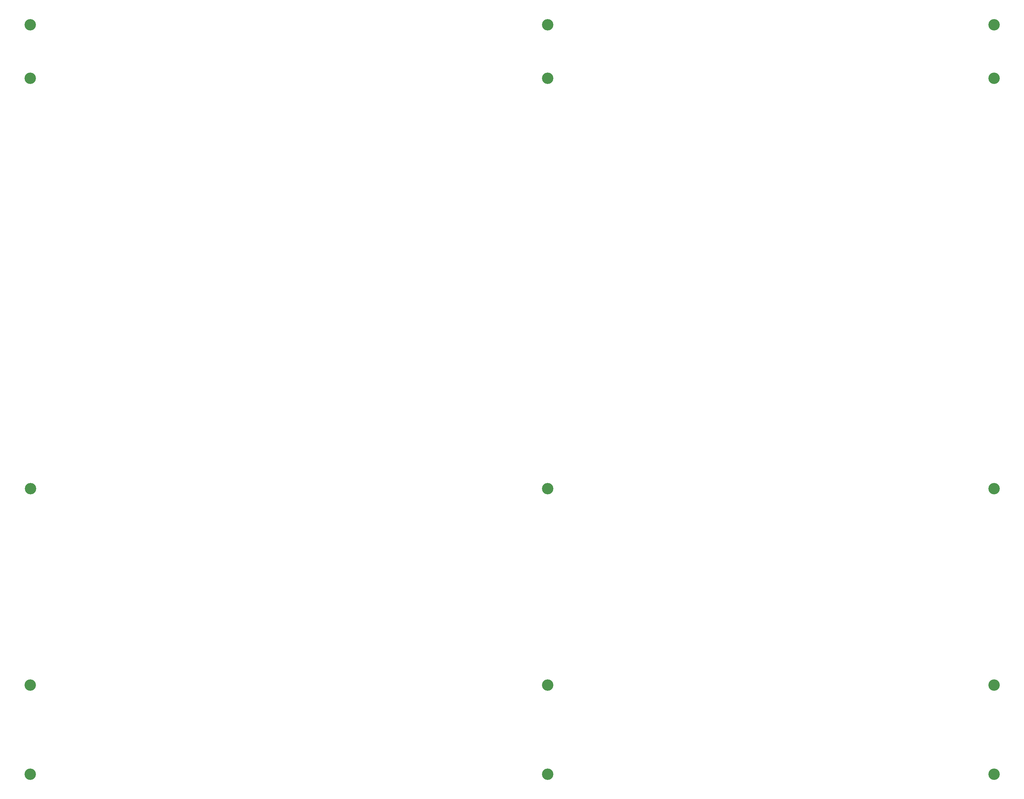
<source format=gbr>
%TF.GenerationSoftware,KiCad,Pcbnew,7.0.5*%
%TF.CreationDate,2023-09-10T17:58:02+02:00*%
%TF.ProjectId,CMD_Board_cover,434d445f-426f-4617-9264-5f636f766572,rev?*%
%TF.SameCoordinates,Original*%
%TF.FileFunction,Soldermask,Top*%
%TF.FilePolarity,Negative*%
%FSLAX46Y46*%
G04 Gerber Fmt 4.6, Leading zero omitted, Abs format (unit mm)*
G04 Created by KiCad (PCBNEW 7.0.5) date 2023-09-10 17:58:02*
%MOMM*%
%LPD*%
G01*
G04 APERTURE LIST*
%ADD10C,3.200000*%
G04 APERTURE END LIST*
D10*
%TO.C,H6*%
X85000000Y-44000000D03*
%TD*%
%TO.C,H1*%
X85080000Y-159000000D03*
%TD*%
%TO.C,H5*%
X230000000Y-44000000D03*
%TD*%
%TO.C,H3*%
X355000000Y-214000000D03*
%TD*%
%TO.C,H4*%
X355000000Y-239000000D03*
%TD*%
%TO.C,H4*%
X230000000Y-29000000D03*
%TD*%
%TO.C,H4*%
X85000000Y-29000000D03*
%TD*%
%TO.C,H4*%
X355000000Y-29000000D03*
%TD*%
%TO.C,H2*%
X230000000Y-159000000D03*
%TD*%
%TO.C,H3*%
X230000000Y-214000000D03*
%TD*%
%TO.C,H5*%
X355000000Y-44000000D03*
%TD*%
%TO.C,H4*%
X85000000Y-214000000D03*
%TD*%
%TO.C,H2*%
X355000000Y-159000000D03*
%TD*%
%TO.C,H4*%
X230000000Y-239000000D03*
%TD*%
%TO.C,H4*%
X85000000Y-239000000D03*
%TD*%
M02*

</source>
